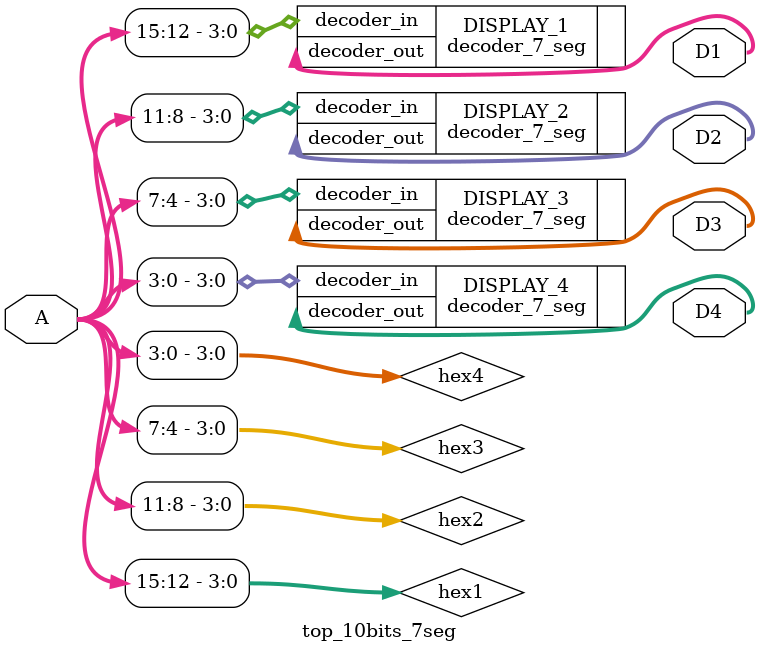
<source format=v>
module top_10bits_7seg #(parameter N = 16)(
    input [N-1:0] A,
    output [6:0] D1,D2,D3,D4
);

    wire [3:0] hex1;
    wire [3:0] hex2;
    wire [3:0] hex3;
    wire [3:0] hex4;

    assign hex1 = A[15:12];
    assign hex2 = A[11:8];
    assign hex3 = A[7:4];
    assign hex4 = A[3:0];

    decoder_7_seg DISPLAY_1 (
        .decoder_in(hex1),
        .decoder_out(D1)
    );

    decoder_7_seg DISPLAY_2 (
        .decoder_in(hex2),
        .decoder_out(D2)
    );

    decoder_7_seg DISPLAY_3 (
        .decoder_in(hex3),
        .decoder_out(D3)
    );

    decoder_7_seg DISPLAY_4 (
        .decoder_in(hex4),
        .decoder_out(D4)
    );

endmodule
</source>
